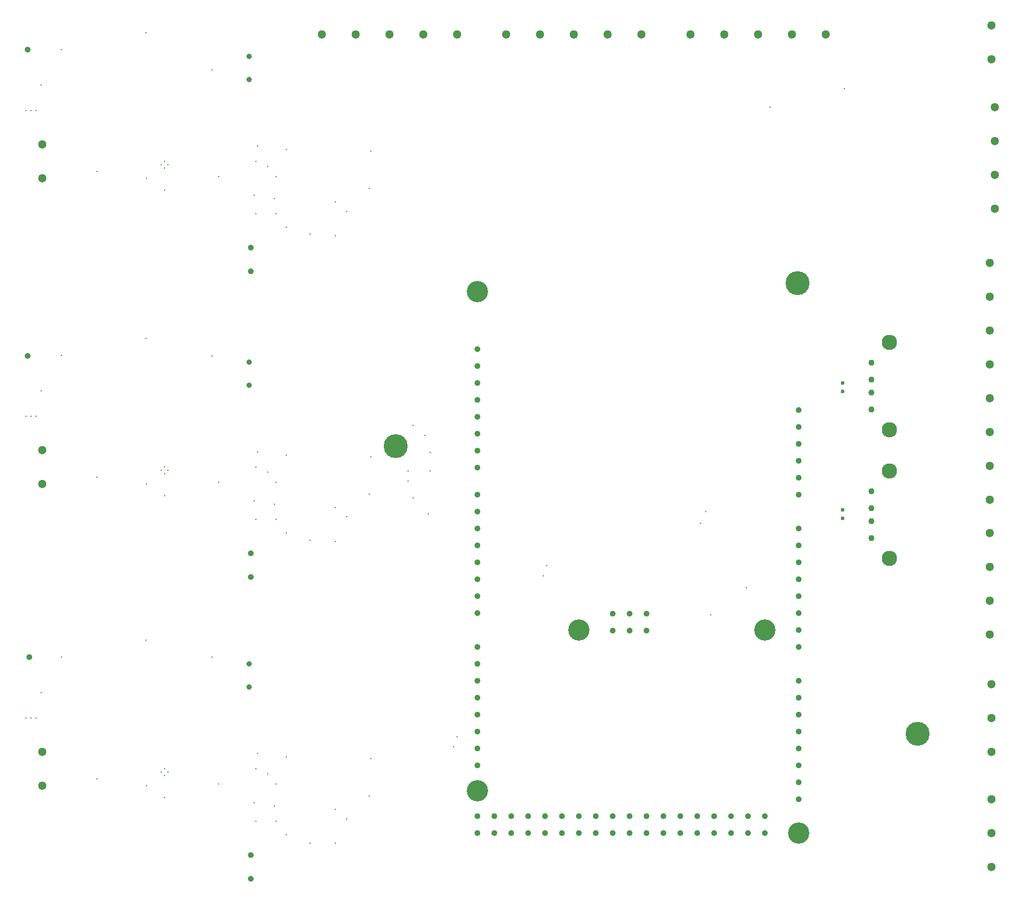
<source format=gbr>
%TF.GenerationSoftware,Altium Limited,Altium Designer,19.1.5 (86)*%
G04 Layer_Color=0*
%FSLAX26Y26*%
%MOIN*%
%TF.FileFunction,Plated,1,2,PTH,Drill*%
%TF.Part,Single*%
G01*
G75*
%TA.AperFunction,ComponentDrill*%
%ADD89C,0.051181*%
%ADD90C,0.036221*%
%ADD91C,0.090551*%
%ADD92C,0.051181*%
%ADD93C,0.023622*%
%ADD94C,0.035433*%
%ADD95C,0.031496*%
%TA.AperFunction,OtherDrill,Pad Free-6 (4665mil,3697mil)*%
%ADD96C,0.141700*%
%TA.AperFunction,OtherDrill,Pad Free-8 (5375.5mil,1036mil)*%
%ADD97C,0.141700*%
%TA.AperFunction,OtherDrill,Pad Free-8 (2289.5mil,2733.5mil)*%
%ADD98C,0.141700*%
%TA.AperFunction,ComponentDrill*%
%ADD99C,0.035433*%
%TA.AperFunction,OtherDrill,Pad Free-0 (2770mil,3650mil)*%
%ADD100C,0.125984*%
%TA.AperFunction,OtherDrill,Pad Free-0 (3370mil,1650mil)*%
%ADD101C,0.125984*%
%TA.AperFunction,OtherDrill,Pad Free-0 (4470mil,1650mil)*%
%ADD102C,0.125984*%
%TA.AperFunction,OtherDrill,Pad Free-0 (4670mil,450mil)*%
%ADD103C,0.125984*%
%TA.AperFunction,OtherDrill,Pad Free-0 (2770mil,700mil)*%
%ADD104C,0.125984*%
%TA.AperFunction,ViaDrill,NotFilled*%
%ADD105C,0.035433*%
%ADD106C,0.009842*%
D89*
X5801669Y1820370D02*
D03*
Y1620370D02*
D03*
Y2220370D02*
D03*
Y2020370D02*
D03*
X5800000Y2620000D02*
D03*
Y2420000D02*
D03*
Y3020000D02*
D03*
Y2820000D02*
D03*
Y3420000D02*
D03*
Y3220000D02*
D03*
Y3820000D02*
D03*
Y3620000D02*
D03*
X5811669Y5020370D02*
D03*
Y5220370D02*
D03*
X5830000Y4740000D02*
D03*
Y4540000D02*
D03*
Y4140000D02*
D03*
Y4340000D02*
D03*
X5810000Y650000D02*
D03*
Y450000D02*
D03*
Y250000D02*
D03*
Y1330000D02*
D03*
Y1130000D02*
D03*
Y930000D02*
D03*
X198331Y2513095D02*
D03*
Y2713095D02*
D03*
X198331Y4319630D02*
D03*
Y4519630D02*
D03*
X198331Y929630D02*
D03*
Y729630D02*
D03*
D90*
X5100944Y2369370D02*
D03*
Y2290630D02*
D03*
Y2467795D02*
D03*
Y2192205D02*
D03*
X5100947Y3129370D02*
D03*
Y3050630D02*
D03*
Y3227795D02*
D03*
Y2952205D02*
D03*
D91*
X5207637Y2588661D02*
D03*
Y2071339D02*
D03*
X5207640Y3348661D02*
D03*
Y2831339D02*
D03*
D92*
X4830000Y5170000D02*
D03*
X4630000D02*
D03*
X4430000D02*
D03*
X4030000D02*
D03*
X4230000D02*
D03*
X2650000D02*
D03*
X2450000D02*
D03*
X2250000D02*
D03*
X1850000D02*
D03*
X2050000D02*
D03*
X3740000D02*
D03*
X3540000D02*
D03*
X3340000D02*
D03*
X2940000D02*
D03*
X3140000D02*
D03*
D93*
X4930000Y3110000D02*
D03*
Y3060000D02*
D03*
Y2310000D02*
D03*
Y2360000D02*
D03*
D94*
X1430000Y3770000D02*
D03*
Y3907795D02*
D03*
X1430000Y1963465D02*
D03*
Y2101260D02*
D03*
X1430000Y317795D02*
D03*
Y180000D02*
D03*
X4670000Y1150000D02*
D03*
Y1250000D02*
D03*
Y650000D02*
D03*
Y750000D02*
D03*
Y850000D02*
D03*
Y950000D02*
D03*
Y1050000D02*
D03*
Y1350000D02*
D03*
X2770000Y1050000D02*
D03*
Y950000D02*
D03*
Y1550000D02*
D03*
Y1450000D02*
D03*
Y1350000D02*
D03*
Y1250000D02*
D03*
Y1150000D02*
D03*
Y850000D02*
D03*
X3770000Y1645000D02*
D03*
Y1745000D02*
D03*
X3670000Y1645000D02*
D03*
Y1745000D02*
D03*
X3570000Y1645000D02*
D03*
Y1745000D02*
D03*
X4670000Y2050000D02*
D03*
Y2150000D02*
D03*
Y1550000D02*
D03*
Y1650000D02*
D03*
Y1750000D02*
D03*
Y1850000D02*
D03*
Y1950000D02*
D03*
Y2250000D02*
D03*
X2770000Y1950000D02*
D03*
Y1850000D02*
D03*
Y2450000D02*
D03*
Y2350000D02*
D03*
Y2250000D02*
D03*
Y2150000D02*
D03*
Y2050000D02*
D03*
Y1750000D02*
D03*
X4670000Y2450000D02*
D03*
Y2550000D02*
D03*
Y2650000D02*
D03*
Y2750000D02*
D03*
Y2850000D02*
D03*
Y2950000D02*
D03*
X2770000Y2810000D02*
D03*
Y2710000D02*
D03*
Y3310000D02*
D03*
Y3210000D02*
D03*
Y3110000D02*
D03*
Y3010000D02*
D03*
Y2910000D02*
D03*
Y2610000D02*
D03*
D95*
X1420000Y4902205D02*
D03*
Y5040000D02*
D03*
X1420000Y3095669D02*
D03*
Y3233465D02*
D03*
X1420000Y1450000D02*
D03*
Y1312205D02*
D03*
D96*
X4665000Y3697000D02*
D03*
D97*
X5375500Y1036000D02*
D03*
D98*
X2289500Y2733500D02*
D03*
D99*
X4470000Y550000D02*
D03*
Y450000D02*
D03*
X4370000Y550000D02*
D03*
Y450000D02*
D03*
X4270000Y550000D02*
D03*
Y450000D02*
D03*
X4170000Y550000D02*
D03*
Y450000D02*
D03*
X4070000Y550000D02*
D03*
Y450000D02*
D03*
X3970000Y550000D02*
D03*
Y450000D02*
D03*
X3870000Y550000D02*
D03*
Y450000D02*
D03*
X3770000Y550000D02*
D03*
Y450000D02*
D03*
X3670000D02*
D03*
Y550000D02*
D03*
X3570000D02*
D03*
Y450000D02*
D03*
X3470000Y550000D02*
D03*
Y450000D02*
D03*
X3370000Y550000D02*
D03*
Y450000D02*
D03*
X3270000Y550000D02*
D03*
Y450000D02*
D03*
X3170000Y550000D02*
D03*
Y450000D02*
D03*
X3070000Y550000D02*
D03*
Y450000D02*
D03*
X2970000Y550000D02*
D03*
Y450000D02*
D03*
X2870000Y550000D02*
D03*
Y450000D02*
D03*
X2770000Y550000D02*
D03*
Y450000D02*
D03*
D100*
Y3650000D02*
D03*
D101*
X3370000Y1650000D02*
D03*
D102*
X4470000D02*
D03*
D103*
X4670000Y450000D02*
D03*
D104*
X2770000Y700000D02*
D03*
D105*
X110000Y3270000D02*
D03*
X120000Y1490000D02*
D03*
X110000Y5080000D02*
D03*
D106*
X1999134Y531968D02*
D03*
Y4121968D02*
D03*
X1999134Y2317402D02*
D03*
X3180000Y2030000D02*
D03*
X3160000Y1970000D02*
D03*
X4120000Y2350000D02*
D03*
X4090000Y2280000D02*
D03*
X4360000Y1900000D02*
D03*
X4150000Y1740000D02*
D03*
X2630000Y960000D02*
D03*
X1780000Y390000D02*
D03*
X2650000Y1020000D02*
D03*
X2490000Y2590000D02*
D03*
X2360000Y2530000D02*
D03*
X1780000Y2180000D02*
D03*
X2490000Y2700000D02*
D03*
X2460000Y2800000D02*
D03*
X2360000Y2590000D02*
D03*
X2480000Y2336250D02*
D03*
X2390000Y2430000D02*
D03*
Y2860000D02*
D03*
X1200000Y1490000D02*
D03*
Y3270000D02*
D03*
X1780000Y3990000D02*
D03*
X4500000Y4740000D02*
D03*
X4940000Y4850000D02*
D03*
X1200000Y4960000D02*
D03*
X310000Y1490000D02*
D03*
X100000Y1130000D02*
D03*
X130000D02*
D03*
X160000D02*
D03*
X900000Y810000D02*
D03*
X920000Y830000D02*
D03*
Y790000D02*
D03*
X940000Y810000D02*
D03*
X920000Y660000D02*
D03*
X1460000Y520000D02*
D03*
X520000Y770000D02*
D03*
X1530000Y800000D02*
D03*
X1930000Y590000D02*
D03*
Y390000D02*
D03*
X1640000Y440000D02*
D03*
Y900000D02*
D03*
X2130000Y670000D02*
D03*
X1580000Y520000D02*
D03*
X1240000Y740000D02*
D03*
X1570000Y610000D02*
D03*
X815000Y730000D02*
D03*
X1580000Y740000D02*
D03*
X810000Y1590000D02*
D03*
X1460000Y830000D02*
D03*
X190000Y1280000D02*
D03*
X2140000Y890000D02*
D03*
X1470000Y920000D02*
D03*
X1450000Y630000D02*
D03*
X100000Y4720000D02*
D03*
X130000D02*
D03*
X160000D02*
D03*
X900000Y4400000D02*
D03*
X920000Y4420000D02*
D03*
Y4380000D02*
D03*
X940000Y4400000D02*
D03*
X920000Y4250000D02*
D03*
X1460000Y4110000D02*
D03*
X520000Y4360000D02*
D03*
X1530000Y4390000D02*
D03*
X1930000Y4180000D02*
D03*
Y3980000D02*
D03*
X1640000Y4030000D02*
D03*
Y4490000D02*
D03*
X2130000Y4260000D02*
D03*
X1580000Y4110000D02*
D03*
X1240000Y4330000D02*
D03*
X1570000Y4200000D02*
D03*
X815000Y4320000D02*
D03*
X1580000Y4330000D02*
D03*
X810000Y5180000D02*
D03*
X1460000Y4420000D02*
D03*
X190000Y4870000D02*
D03*
X2140000Y4480000D02*
D03*
X1470000Y4510000D02*
D03*
X1450000Y4220000D02*
D03*
X310000Y5080000D02*
D03*
X920000Y2613465D02*
D03*
X1450000Y2413465D02*
D03*
X1470000Y2703465D02*
D03*
X2140000Y2673465D02*
D03*
X190000Y3063465D02*
D03*
X1460000Y2613465D02*
D03*
X810000Y3373465D02*
D03*
X1580000Y2523465D02*
D03*
X815000Y2513465D02*
D03*
X1570000Y2393465D02*
D03*
X1240000Y2523465D02*
D03*
X1580000Y2303465D02*
D03*
X2130000Y2453465D02*
D03*
X1640000Y2683465D02*
D03*
Y2223465D02*
D03*
X1930000Y2173465D02*
D03*
Y2373465D02*
D03*
X1530000Y2583465D02*
D03*
X520000Y2553465D02*
D03*
X920000Y2443465D02*
D03*
X1460000Y2303465D02*
D03*
X940000Y2593465D02*
D03*
X920000Y2573465D02*
D03*
X900000Y2593465D02*
D03*
X160000Y2913465D02*
D03*
X130000D02*
D03*
X100000D02*
D03*
X310000Y3273465D02*
D03*
%TF.MD5,d5ae0cf490f4bb5e2d07f578bedd6353*%
M02*

</source>
